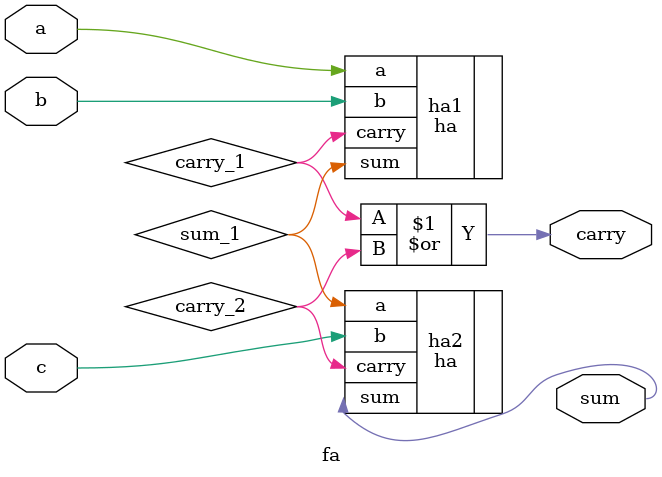
<source format=v>
`timescale 1ns / 1ps

module fa(
    input  wire a,b,c,
    output wire sum,carry
);
    wire sum_1,carry_1,carry_2;
    ha ha1(
        .a    (a      ),
        .b    (b      ),
        .sum  (sum_1  ),
        .carry(carry_1)
);

    ha ha2(
        .a    (sum_1  ),
        .b    (c      ),
        .sum  (sum    ),
        .carry(carry_2)
);

    assign carry = carry_1 | carry_2;
endmodule

</source>
